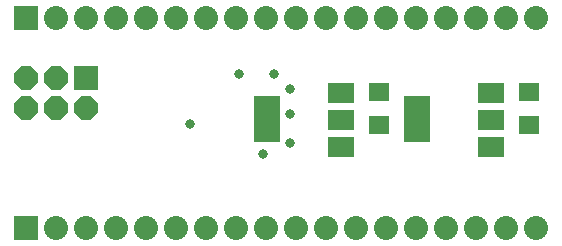
<source format=gbs>
G75*
%MOIN*%
%OFA0B0*%
%FSLAX25Y25*%
%IPPOS*%
%LPD*%
%AMOC8*
5,1,8,0,0,1.08239X$1,22.5*
%
%ADD10R,0.08500X0.06500*%
%ADD11R,0.08500X0.15600*%
%ADD12R,0.06899X0.06112*%
%ADD13R,0.08000X0.08000*%
%ADD14OC8,0.08000*%
%ADD15C,0.08000*%
%ADD16C,0.03300*%
D10*
X0112150Y0034400D03*
X0112150Y0043400D03*
X0112150Y0052400D03*
X0162150Y0052400D03*
X0162150Y0043400D03*
X0162150Y0034400D03*
D11*
X0137350Y0043500D03*
X0087350Y0043500D03*
D12*
X0124750Y0041738D03*
X0124750Y0052762D03*
X0174750Y0052762D03*
X0174750Y0041738D03*
D13*
X0007250Y0007250D03*
X0027250Y0057250D03*
X0007250Y0077250D03*
D14*
X0007250Y0057250D03*
X0017250Y0057250D03*
X0017250Y0047250D03*
X0027250Y0047250D03*
X0007250Y0047250D03*
D15*
X0017250Y0077250D03*
X0027250Y0077250D03*
X0037250Y0077250D03*
X0047250Y0077250D03*
X0057250Y0077250D03*
X0067250Y0077250D03*
X0077250Y0077250D03*
X0087250Y0077250D03*
X0097250Y0077250D03*
X0107250Y0077250D03*
X0117250Y0077250D03*
X0127250Y0077250D03*
X0137250Y0077250D03*
X0147250Y0077250D03*
X0157250Y0077250D03*
X0167250Y0077250D03*
X0177250Y0077250D03*
X0177250Y0007250D03*
X0167250Y0007250D03*
X0157250Y0007250D03*
X0147250Y0007250D03*
X0137250Y0007250D03*
X0127250Y0007250D03*
X0117250Y0007250D03*
X0107250Y0007250D03*
X0097250Y0007250D03*
X0087250Y0007250D03*
X0077250Y0007250D03*
X0067250Y0007250D03*
X0057250Y0007250D03*
X0047250Y0007250D03*
X0037250Y0007250D03*
X0027250Y0007250D03*
X0017250Y0007250D03*
D16*
X0086050Y0031800D03*
X0095150Y0035650D03*
X0095150Y0045450D03*
X0095150Y0053500D03*
X0089900Y0058750D03*
X0078000Y0058750D03*
X0061900Y0041950D03*
M02*

</source>
